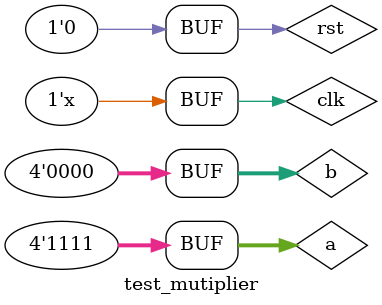
<source format=v>
`timescale 1ns / 1ps


module test_mutiplier;

	// Inputs
	reg clk;
	reg rst;
	reg [3:0] a;
	reg [3:0] b;

	// Outputs
	wire [7:0] P;

	// Instantiate the Unit Under Test (UUT)
	serial_multiplier uut (
		.clk(clk), 
		.rst(rst), 
		.a(a), 
		.b(b), 
		.P(P)
	);
always #5 clk = ~clk;
	initial begin
		// Initialize Inputs
			clk=0;
		rst = 1;
		a =0;
		b= 0;
		#6;
		rst =0;
		#57;
		repeat(16) begin
		repeat(15) begin
		rst = 1;
		if(b==15)
		begin
		a = a+1;
		end
		b = b+4'b0001;
		#6;
		rst = 0;
		#54;
		end
		end
		// Add stimulus here

	end
      
endmodule


</source>
